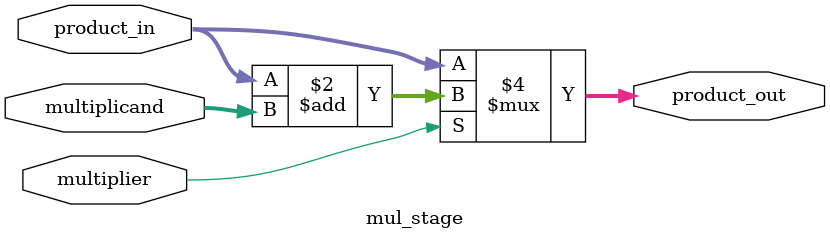
<source format=v>
module mul_stage (
    input multiplier,
    input  signed [63:0] multiplicand,
    input signed [63:0] product_in,
    output reg signed [63:0] product_out
);
    always @(*) begin
        if (multiplier)
            product_out = product_in + multiplicand;
        else
            product_out = product_in;
    end
endmodule
</source>
